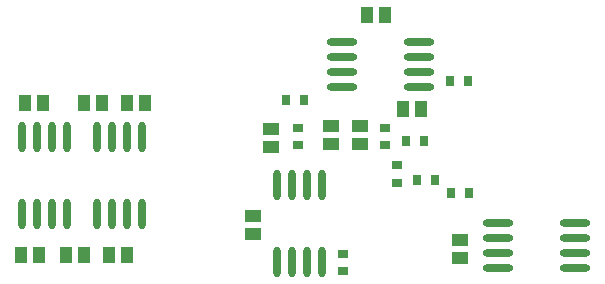
<source format=gtp>
G04 Layer_Color=8421504*
%FSLAX25Y25*%
%MOIN*%
G70*
G01*
G75*
%ADD10R,0.04331X0.05512*%
%ADD11O,0.02362X0.10039*%
%ADD12O,0.10039X0.02362*%
%ADD13R,0.03543X0.02756*%
%ADD14R,0.05512X0.04331*%
%ADD15R,0.02756X0.03543*%
D10*
X500953Y116000D02*
D03*
X495047D02*
D03*
X487453Y166500D02*
D03*
X481547D02*
D03*
X506953D02*
D03*
X501047D02*
D03*
X485953Y116000D02*
D03*
X480047D02*
D03*
X515453D02*
D03*
X509547D02*
D03*
X521453Y166500D02*
D03*
X515547D02*
D03*
X613453Y164500D02*
D03*
X607547D02*
D03*
X595447Y196000D02*
D03*
X601353D02*
D03*
D11*
X480500Y129606D02*
D03*
X485500D02*
D03*
X490500D02*
D03*
X495500D02*
D03*
X480500Y155394D02*
D03*
X485500D02*
D03*
X490500D02*
D03*
X495500D02*
D03*
X505500Y129606D02*
D03*
X510500D02*
D03*
X515500D02*
D03*
X520500D02*
D03*
X505500Y155394D02*
D03*
X510500D02*
D03*
X515500D02*
D03*
X520500D02*
D03*
X580500Y139394D02*
D03*
X575500D02*
D03*
X570500D02*
D03*
X565500D02*
D03*
X580500Y113606D02*
D03*
X575500D02*
D03*
X570500D02*
D03*
X565500D02*
D03*
D12*
X587106Y187000D02*
D03*
Y182000D02*
D03*
Y177000D02*
D03*
Y172000D02*
D03*
X612894Y187000D02*
D03*
Y182000D02*
D03*
Y177000D02*
D03*
Y172000D02*
D03*
X639106Y126500D02*
D03*
Y121500D02*
D03*
Y116500D02*
D03*
Y111500D02*
D03*
X664894Y126500D02*
D03*
Y121500D02*
D03*
Y116500D02*
D03*
Y111500D02*
D03*
D13*
X601500Y152547D02*
D03*
Y158453D02*
D03*
X605500Y145953D02*
D03*
Y140047D02*
D03*
X587500Y116453D02*
D03*
Y110547D02*
D03*
X572500Y152547D02*
D03*
Y158453D02*
D03*
D14*
X583500Y153047D02*
D03*
Y158953D02*
D03*
X563500Y152047D02*
D03*
Y157953D02*
D03*
X593000Y158953D02*
D03*
Y153047D02*
D03*
X557500Y123047D02*
D03*
Y128953D02*
D03*
X626500Y115047D02*
D03*
Y120953D02*
D03*
D15*
X612047Y141000D02*
D03*
X617953D02*
D03*
X628953Y174000D02*
D03*
X623047D02*
D03*
X623547Y136500D02*
D03*
X629453D02*
D03*
X574453Y167500D02*
D03*
X568547D02*
D03*
X614453Y154000D02*
D03*
X608547D02*
D03*
M02*

</source>
